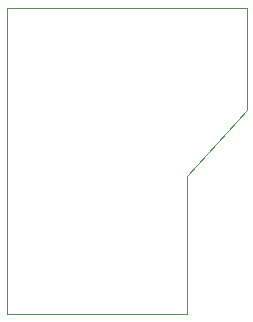
<source format=gbr>
%TF.GenerationSoftware,KiCad,Pcbnew,(6.0.1)*%
%TF.CreationDate,2022-12-14T11:25:43+01:00*%
%TF.ProjectId,HoLiSheet,486f4c69-5368-4656-9574-2e6b69636164,rev?*%
%TF.SameCoordinates,Original*%
%TF.FileFunction,Profile,NP*%
%FSLAX46Y46*%
G04 Gerber Fmt 4.6, Leading zero omitted, Abs format (unit mm)*
G04 Created by KiCad (PCBNEW (6.0.1)) date 2022-12-14 11:25:43*
%MOMM*%
%LPD*%
G01*
G04 APERTURE LIST*
%TA.AperFunction,Profile*%
%ADD10C,0.100000*%
%TD*%
G04 APERTURE END LIST*
D10*
X35560000Y-15240000D02*
X15240000Y-15240000D01*
X35560000Y-23876000D02*
X35560000Y-15240000D01*
X30480000Y-29464000D02*
X35560000Y-23876000D01*
X30480000Y-41148000D02*
X30480000Y-29464000D01*
X15240000Y-41148000D02*
X30480000Y-41148000D01*
X15240000Y-15240000D02*
X15240000Y-41148000D01*
M02*

</source>
